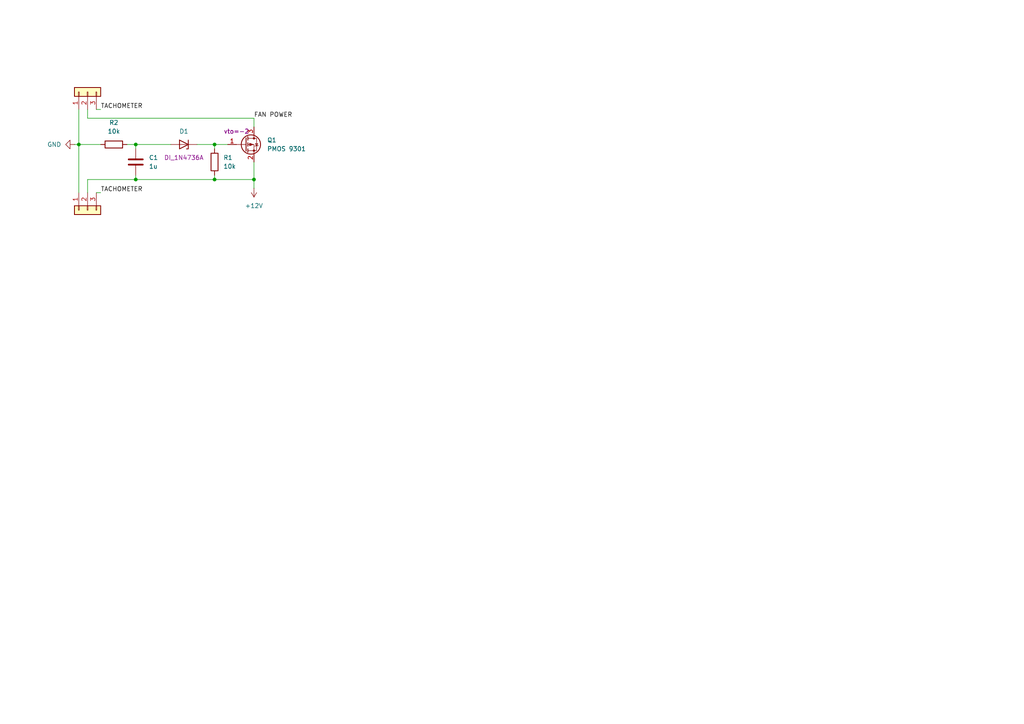
<source format=kicad_sch>
(kicad_sch (version 20241209) (generator "eeschema") (generator_version "9.0")
  (paper "A4")
  (lib_symbols
    (symbol "Connector_Generic:Conn_01x03" (pin_names (offset 1.016) (hide yes))
      (property "Reference" "J" (at 0 5.08 0))
      (property "Value" "Conn_01x03" (at 0 -5.08 0))
      (symbol "Conn_01x03_1_1"
        (rectangle (start -1.27 3.81) (end 1.27 -3.81) (stroke (width 0.254)) (fill (type background)))
        (rectangle (start -1.27 2.667) (end 0 2.413) (stroke (width 0.1524)))
        (rectangle (start -1.27 0.127) (end 0 -0.127) (stroke (width 0.1524)))
        (rectangle (start -1.27 -2.413) (end 0 -2.667) (stroke (width 0.1524)))
        (pin passive line (at -5.08 2.54 0) (length 3.81) (name "Pin_1") (number "1"))
        (pin passive line (at -5.08 0 0) (length 3.81) (name "Pin_2") (number "2"))
        (pin passive line (at -5.08 -2.54 0) (length 3.81) (name "Pin_3") (number "3"))
      )
    )
    (symbol "Device:C" (pin_numbers (hide yes)) (pin_names (offset 0.254))
      (property "Reference" "C" (at 0.635 2.54 0))
      (property "Value" "C" (at 0.635 -2.54 0))
      (symbol "C_0_1"
        (polyline (pts (xy -2.032 0.762) (xy 2.032 0.762)) (stroke (width 0.508)))
        (polyline (pts (xy -2.032 -0.762) (xy 2.032 -0.762)) (stroke (width 0.508)))
      )
      (symbol "C_1_1"
        (pin passive line (at 0 3.81 270) (length 2.794) (name "~") (number "1"))
        (pin passive line (at 0 -3.81 90) (length 2.794) (name "~") (number "2"))
      )
    )
    (symbol "Device:D_Zener" (pin_numbers (hide yes)) (pin_names (offset 1.016) (hide yes))
      (property "Reference" "D" (at 0 2.54 0))
      (property "Value" "D_Zener" (at 0 -2.54 0))
      (symbol "D_Zener_0_1"
        (polyline (pts (xy -1.27 -1.27) (xy -1.27 1.27) (xy -0.762 1.27)) (stroke (width 0.254)))
        (polyline (pts (xy 1.27 0) (xy -1.27 0)))
        (polyline (pts (xy 1.27 -1.27) (xy 1.27 1.27) (xy -1.27 0) (xy 1.27 -1.27)) (stroke (width 0.254)))
      )
      (symbol "D_Zener_1_1"
        (pin passive line (at -3.81 0 0) (length 2.54) (name "K") (number "1"))
        (pin passive line (at 3.81 0 180) (length 2.54) (name "A") (number "2"))
      )
    )
    (symbol "Device:R" (pin_numbers (hide yes)) (pin_names (offset 0))
      (property "Reference" "R" (at 2.032 0 90))
      (property "Value" "R" (at 0 0 90))
      (symbol "R_0_1"
        (rectangle (start -1.016 -2.54) (end 1.016 2.54) (stroke (width 0.254)))
      )
      (symbol "R_1_1"
        (pin passive line (at 0 3.81 270) (length 1.27) (name "~") (number "1"))
        (pin passive line (at 0 -3.81 90) (length 1.27) (name "~") (number "2"))
      )
    )
    (symbol "Transistor_FET:IRLML9301" (pin_names (hide yes))
      (property "Reference" "Q" (at 5.08 1.905 0))
      (property "Value" "IRLML9301" (at 5.08 0 0))
      (symbol "IRLML9301_0_1"
        (polyline (pts (xy 0.254 1.905) (xy 0.254 -1.905)) (stroke (width 0.254)))
        (polyline (pts (xy 0.254 0) (xy -2.54 0)))
        (polyline (pts (xy 0.762 2.286) (xy 0.762 1.27)) (stroke (width 0.254)))
        (polyline (pts (xy 0.762 1.778) (xy 3.302 1.778) (xy 3.302 -1.778) (xy 0.762 -1.778)))
        (polyline (pts (xy 0.762 0.508) (xy 0.762 -0.508)) (stroke (width 0.254)))
        (polyline (pts (xy 0.762 -1.27) (xy 0.762 -2.286)) (stroke (width 0.254)))
        (circle (center 1.651 0) (radius 2.794) (stroke (width 0.254)))
        (polyline (pts (xy 2.286 0) (xy 1.27 0.381) (xy 1.27 -0.381) (xy 2.286 0)) (fill (type outline)))
        (polyline (pts (xy 2.54 2.54) (xy 2.54 1.778)))
        (circle (center 2.54 1.778) (radius 0.254) (fill (type outline)))
        (circle (center 2.54 -1.778) (radius 0.254) (fill (type outline)))
        (polyline (pts (xy 2.54 -2.54) (xy 2.54 0) (xy 0.762 0)))
        (polyline (pts (xy 2.794 -0.508) (xy 2.921 -0.381) (xy 3.683 -0.381) (xy 3.81 -0.254)))
        (polyline (pts (xy 3.302 -0.381) (xy 2.921 0.254) (xy 3.683 0.254) (xy 3.302 -0.381)))
      )
      (symbol "IRLML9301_1_1"
        (pin input line (at -5.08 0 0) (length 2.54) (name "G") (number "1"))
        (pin passive line (at 2.54 5.08 270) (length 2.54) (name "D") (number "3"))
        (pin passive line (at 2.54 -5.08 90) (length 2.54) (name "S") (number "2"))
      )
    )
    (symbol "power:+12V" (power) (pin_numbers (hide yes)) (pin_names (offset 0) (hide yes))
      (property "Value" "+12V" (at 0 3.556 0))
      (symbol "+12V_0_1"
        (polyline (pts (xy -0.762 1.27) (xy 0 2.54)))
        (polyline (pts (xy 0 2.54) (xy 0.762 1.27)))
        (polyline (pts (xy 0 0) (xy 0 2.54)))
      )
      (symbol "+12V_1_1"
        (pin power_in line (at 0 0 90) (length 0) (name "~") (number "1"))
      )
    )
    (symbol "power:GND" (power) (pin_numbers (hide yes)) (pin_names (offset 0) (hide yes))
      (property "Value" "GND" (at 0 -3.81 0))
      (symbol "GND_0_1"
        (polyline (pts (xy 0 0) (xy 0 -1.27) (xy 1.27 -1.27) (xy 0 -2.54) (xy -1.27 -1.27) (xy 0 -1.27)))
      )
      (symbol "GND_1_1"
        (pin power_in line (at 0 0 270) (length 0) (name "~") (number "1"))
      )
    )
  )
  (junction (at 22.86 41.91))
  (junction (at 73.66 52.07))
  (junction (at 39.37 41.91))
  (junction (at 62.23 52.07))
  (junction (at 39.37 52.07))
  (junction (at 62.23 41.91))
  (wire (pts (xy 25.4 31.75) (xy 25.4 34.29)))
  (wire (pts (xy 25.4 52.07) (xy 39.37 52.07)))
  (wire (pts (xy 73.66 54.61) (xy 73.66 52.07)))
  (wire (pts (xy 73.66 46.99) (xy 73.66 52.07)))
  (wire (pts (xy 25.4 55.88) (xy 25.4 52.07)))
  (wire (pts (xy 62.23 52.07) (xy 73.66 52.07)))
  (wire (pts (xy 29.21 55.88) (xy 27.94 55.88)))
  (wire (pts (xy 73.66 34.29) (xy 73.66 36.83)))
  (wire (pts (xy 62.23 50.8) (xy 62.23 52.07)))
  (wire (pts (xy 62.23 43.18) (xy 62.23 41.91)))
  (wire (pts (xy 62.23 41.91) (xy 66.04 41.91)))
  (wire (pts (xy 49.53 41.91) (xy 39.37 41.91)))
  (wire (pts (xy 22.86 41.91) (xy 29.21 41.91)))
  (wire (pts (xy 25.4 34.29) (xy 73.66 34.29)))
  (wire (pts (xy 39.37 50.8) (xy 39.37 52.07)))
  (wire (pts (xy 39.37 52.07) (xy 62.23 52.07)))
  (wire (pts (xy 36.83 41.91) (xy 39.37 41.91)))
  (wire (pts (xy 22.86 41.91) (xy 22.86 55.88)))
  (wire (pts (xy 21.59 41.91) (xy 22.86 41.91)))
  (wire (pts (xy 57.15 41.91) (xy 62.23 41.91)))
  (wire (pts (xy 22.86 31.75) (xy 22.86 41.91)))
  (wire (pts (xy 29.21 31.75) (xy 27.94 31.75)))
  (wire (pts (xy 39.37 43.18) (xy 39.37 41.91)))
  (label "FAN POWER" (at 73.66 34.29 0))
  (label "TACHOMETER" (at 29.21 31.75 0))
  (label "TACHOMETER" (at 29.21 55.88 0))
  (symbol (lib_id "Device:C") (at 39.37 46.99 0) (unit 1)
    (property "Reference" "C1" (at 43.18 45.7199 0) (effects (justify left)))
    (property "Value" "1u" (at 43.18 48.2599 0) (effects (justify left)))
    (property "Footprint" "Capacitor_SMD:C_1210_3225Metric" (effects (hide yes)))
    (property "Description" "Unpolarized capacitor" (effects (hide yes)))
    (property "Sim.Device" "C" (effects (hide yes)))
    (property "Sim.Pins" "1=+ 2=-" (effects (hide yes)))
  )
  (symbol (lib_id "Transistor_FET:IRLML9301") (at 71.12 41.91 0) (unit 1)
    (property "Reference" "Q1" (at 77.47 40.6399 0) (effects (justify left)))
    (property "Value" "PMOS 9301" (at 77.47 43.1799 0) (effects (justify left)))
    (property "Footprint" "Package_TO_SOT_SMD:SOT-23" (effects (hide yes)))
    (property "Datasheet" "https://www.infineon.com/dgdl/irlml9301pbf.pdf?fileId=5546d462533600a401535668e5e42640" (effects (hide yes)))
    (property "Description" "-3.6A Id, -30V Vds, 64mOhm Rds, P-Channel HEXFET Power MOSFET, SOT-23" (effects (hide yes)))
    (property "Sim.Device" "PMOS" (effects (hide yes)))
    (property "Sim.Type" "VDMOS" (effects (hide yes)))
    (property "Sim.Pins" "1=G 2=S 3=D" (effects (hide yes)))
    (property "Sim.Params" "vto=-2" (at 68.58 38.1 0))
  )
  (symbol (lib_id "Device:R") (at 62.23 46.99 0) (unit 1)
    (property "Reference" "R1" (at 64.77 45.7199 0) (effects (justify left)))
    (property "Value" "10k" (at 64.77 48.2599 0) (effects (justify left)))
    (property "Footprint" "Resistor_SMD:R_1206_3216Metric" (effects (hide yes)))
    (property "Description" "Resistor" (effects (hide yes)))
    (property "Sim.Device" "R" (effects (hide yes)))
    (property "Sim.Pins" "1=+ 2=-" (effects (hide yes)))
  )
  (symbol (lib_id "Connector_Generic:Conn_01x03") (at 25.4 60.96 90) (mirror x) (unit 1)
    (property "Reference" "IN1" (effects (hide yes)))
    (property "Value" "${SIM.PARAMS}" (effects (hide yes)))
    (property "Footprint" "Connector_JST:JST_PH_B3B-PH-K_1x03_P2.00mm_Vertical" (effects (hide yes)))
    (property "Description" "Generic connector, single row, 01x03, script generated (kicad-library-utils/schlib/autogen/connector/)" (effects (hide yes)))
    (property "Sim.Device" "V" (effects (hide yes)))
    (property "Sim.Type" "PWL" (effects (hide yes)))
    (property "Sim.Pins" "1=- 2=+" (effects (hide yes)))
    (property "Sim.Params" "pwl=\"0     0    0.001 12   0.051 12   0.052 0 1     0    1.001 12   1.101 12   1.102 0 2     0    2.001 12   2.151 12   2.152 0 3     0    3.001 12   3.201 12   3.202 0 4     0    4.001 12   4.251 12   4.252 0 5     0    5.001 12   5.301 12   5.302 0 6     0    6.001 12   6.351 12   6.352 0 7     0    7.001 12   7.401 12   7.402 0 8     0    8.001 12   8.451 12   8.452 0 9     0    9.001 12   9.501 12   9.502 0\"" (effects (hide yes)))
  )
  (symbol (lib_id "Connector_Generic:Conn_01x03") (at 25.4 26.67 90) (unit 1)
    (property "Reference" "IN2" (effects (hide yes)))
    (property "Value" "${SIM.PARAMS}" (effects (hide yes)))
    (property "Footprint" "Connector_JST:JST_PH_B3B-PH-K_1x03_P2.00mm_Vertical" (effects (hide yes)))
    (property "Description" "Generic connector, single row, 01x03, script generated (kicad-library-utils/schlib/autogen/connector/)" (effects (hide yes)))
    (property "Sim.Device" "R" (effects (hide yes)))
    (property "Sim.Pins" "1=- 2=+" (effects (hide yes)))
    (property "Sim.Params" "r=1k" (effects (hide yes)))
  )
  (symbol (lib_id "power:+12V") (at 73.66 54.61 180) (unit 1)
    (property "Reference" "#PWR02" (effects (hide yes)))
    (property "Value" "+12V" (at 73.66 59.69 0))
    (property "Description" "Power symbol creates a global label with name \"+12V\"" (effects (hide yes)))
  )
  (symbol (lib_id "Device:D_Zener") (at 53.34 41.91 180) (unit 1)
    (property "Reference" "D1" (at 53.34 38.1 0))
    (property "Value" "D_Zener" (effects (hide yes)))
    (property "Footprint" "Diode_THT:D_5W_P12.70mm_Horizontal" (effects (hide yes)))
    (property "Description" "Zener diode" (effects (hide yes)))
    (property "Sim.Device" "SUBCKT" (effects (hide yes)))
    (property "Sim.Pins" "1=2 2=1" (effects (hide yes)))
    (property "Sim.Library" "/Users/stasstarcha/Downloads/zener.lib" (effects (hide yes)))
    (property "Sim.Name" "DI_1N4736A" (at 53.34 45.72 0))
  )
  (symbol (lib_id "power:GND") (at 21.59 41.91 270) (unit 1)
    (property "Reference" "#PWR01" (effects (hide yes)))
    (property "Value" "GND" (at 17.78 41.9099 90) (effects (justify right)))
    (property "Description" "Power symbol creates a global label with name \"GND\" , ground" (effects (hide yes)))
  )
  (symbol (lib_id "Device:R") (at 33.02 41.91 90) (unit 1)
    (property "Reference" "R2" (at 33.02 35.56 90))
    (property "Value" "10k" (at 33.02 38.1 90))
    (property "Footprint" "Resistor_SMD:R_1206_3216Metric" (effects (hide yes)))
    (property "Description" "Resistor" (effects (hide yes)))
    (property "Sim.Device" "R" (effects (hide yes)))
    (property "Sim.Pins" "1=+ 2=-" (effects (hide yes)))
  )
)
</source>
